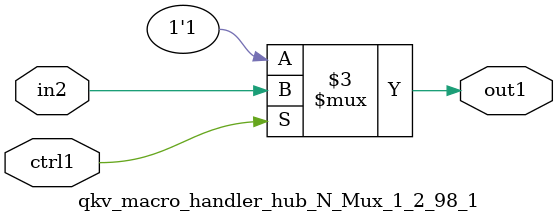
<source format=v>

`timescale 1ps / 1ps


module qkv_macro_handler_hub_N_Mux_1_2_98_1( in2, ctrl1, out1 );

    input in2;
    input ctrl1;
    output out1;
    reg out1;

    
    // rtl_process:qkv_macro_handler_hub_N_Mux_1_2_98_1/qkv_macro_handler_hub_N_Mux_1_2_98_1_thread_1
    always @*
      begin : qkv_macro_handler_hub_N_Mux_1_2_98_1_thread_1
        case (ctrl1) 
          1'b1: 
            begin
              out1 = in2;
            end
          default: 
            begin
              out1 = 1'b1;
            end
        endcase
      end

endmodule


</source>
